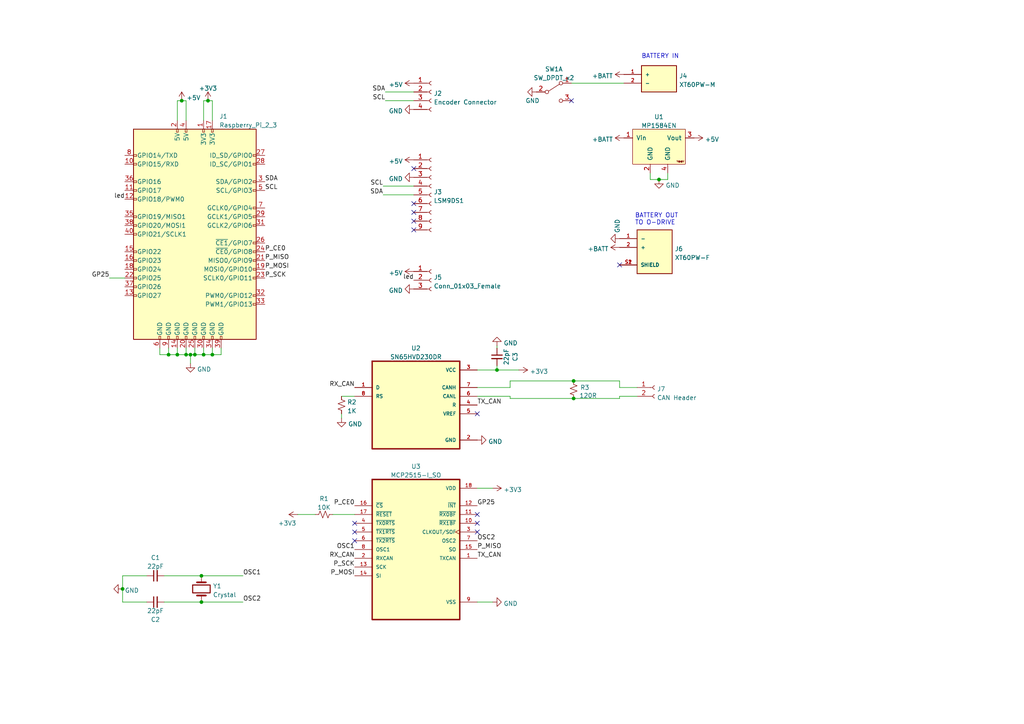
<source format=kicad_sch>
(kicad_sch (version 20211123) (generator eeschema)
  (paper "A4")
  (lib_symbols
    (symbol "Connector:Conn_01x02_Female" (pin_names (offset 1.016) hide)
      (property "Reference" "J" (at 0 2.54 0))
      (property "Value" "Conn_01x02_Female" (at 0 -5.08 0))
      (symbol "Conn_01x02_Female_1_1"
        (arc (start 0 -2.032) (mid -0.508 -2.54) (end 0 -3.048) (stroke (width 0.1524)))
        (polyline (pts (xy -1.27 -2.54) (xy -0.508 -2.54)) (stroke (width 0.1524)))
        (polyline (pts (xy -1.27 0) (xy -0.508 0)) (stroke (width 0.1524)))
        (arc (start 0 0.508) (mid -0.508 0) (end 0 -0.508) (stroke (width 0.1524)))
        (pin passive line (at -5.08 0 0) (length 3.81) (name "Pin_1") (number "1"))
        (pin passive line (at -5.08 -2.54 0) (length 3.81) (name "Pin_2") (number "2"))
      )
    )
    (symbol "Connector:Conn_01x03_Female" (pin_names (offset 1.016) hide)
      (property "Reference" "J" (at 0 5.08 0))
      (property "Value" "Conn_01x03_Female" (at 0 -5.08 0))
      (symbol "Conn_01x03_Female_1_1"
        (arc (start 0 -2.032) (mid -0.508 -2.54) (end 0 -3.048) (stroke (width 0.1524)))
        (polyline (pts (xy -1.27 -2.54) (xy -0.508 -2.54)) (stroke (width 0.1524)))
        (polyline (pts (xy -1.27 0) (xy -0.508 0)) (stroke (width 0.1524)))
        (polyline (pts (xy -1.27 2.54) (xy -0.508 2.54)) (stroke (width 0.1524)))
        (arc (start 0 0.508) (mid -0.508 0) (end 0 -0.508) (stroke (width 0.1524)))
        (arc (start 0 3.048) (mid -0.508 2.54) (end 0 2.032) (stroke (width 0.1524)))
        (pin passive line (at -5.08 2.54 0) (length 3.81) (name "Pin_1") (number "1"))
        (pin passive line (at -5.08 0 0) (length 3.81) (name "Pin_2") (number "2"))
        (pin passive line (at -5.08 -2.54 0) (length 3.81) (name "Pin_3") (number "3"))
      )
    )
    (symbol "Connector:Conn_01x04_Female" (pin_names (offset 1.016) hide)
      (property "Reference" "J" (at 0 5.08 0))
      (property "Value" "Conn_01x04_Female" (at 0 -7.62 0))
      (symbol "Conn_01x04_Female_1_1"
        (arc (start 0 -4.572) (mid -0.508 -5.08) (end 0 -5.588) (stroke (width 0.1524)))
        (arc (start 0 -2.032) (mid -0.508 -2.54) (end 0 -3.048) (stroke (width 0.1524)))
        (polyline (pts (xy -1.27 -5.08) (xy -0.508 -5.08)) (stroke (width 0.1524)))
        (polyline (pts (xy -1.27 -2.54) (xy -0.508 -2.54)) (stroke (width 0.1524)))
        (polyline (pts (xy -1.27 0) (xy -0.508 0)) (stroke (width 0.1524)))
        (polyline (pts (xy -1.27 2.54) (xy -0.508 2.54)) (stroke (width 0.1524)))
        (arc (start 0 0.508) (mid -0.508 0) (end 0 -0.508) (stroke (width 0.1524)))
        (arc (start 0 3.048) (mid -0.508 2.54) (end 0 2.032) (stroke (width 0.1524)))
        (pin passive line (at -5.08 2.54 0) (length 3.81) (name "Pin_1") (number "1"))
        (pin passive line (at -5.08 0 0) (length 3.81) (name "Pin_2") (number "2"))
        (pin passive line (at -5.08 -2.54 0) (length 3.81) (name "Pin_3") (number "3"))
        (pin passive line (at -5.08 -5.08 0) (length 3.81) (name "Pin_4") (number "4"))
      )
    )
    (symbol "Connector:Conn_01x09_Female" (pin_names (offset 1.016) hide)
      (property "Reference" "J" (at 0 12.7 0))
      (property "Value" "Conn_01x09_Female" (at 0 -12.7 0))
      (symbol "Conn_01x09_Female_1_1"
        (arc (start 0 -9.652) (mid -0.508 -10.16) (end 0 -10.668) (stroke (width 0.1524)))
        (arc (start 0 -7.112) (mid -0.508 -7.62) (end 0 -8.128) (stroke (width 0.1524)))
        (arc (start 0 -4.572) (mid -0.508 -5.08) (end 0 -5.588) (stroke (width 0.1524)))
        (arc (start 0 -2.032) (mid -0.508 -2.54) (end 0 -3.048) (stroke (width 0.1524)))
        (polyline (pts (xy -1.27 -10.16) (xy -0.508 -10.16)) (stroke (width 0.1524)))
        (polyline (pts (xy -1.27 -7.62) (xy -0.508 -7.62)) (stroke (width 0.1524)))
        (polyline (pts (xy -1.27 -5.08) (xy -0.508 -5.08)) (stroke (width 0.1524)))
        (polyline (pts (xy -1.27 -2.54) (xy -0.508 -2.54)) (stroke (width 0.1524)))
        (polyline (pts (xy -1.27 0) (xy -0.508 0)) (stroke (width 0.1524)))
        (polyline (pts (xy -1.27 2.54) (xy -0.508 2.54)) (stroke (width 0.1524)))
        (polyline (pts (xy -1.27 5.08) (xy -0.508 5.08)) (stroke (width 0.1524)))
        (polyline (pts (xy -1.27 7.62) (xy -0.508 7.62)) (stroke (width 0.1524)))
        (polyline (pts (xy -1.27 10.16) (xy -0.508 10.16)) (stroke (width 0.1524)))
        (arc (start 0 0.508) (mid -0.508 0) (end 0 -0.508) (stroke (width 0.1524)))
        (arc (start 0 3.048) (mid -0.508 2.54) (end 0 2.032) (stroke (width 0.1524)))
        (arc (start 0 5.588) (mid -0.508 5.08) (end 0 4.572) (stroke (width 0.1524)))
        (arc (start 0 8.128) (mid -0.508 7.62) (end 0 7.112) (stroke (width 0.1524)))
        (arc (start 0 10.668) (mid -0.508 10.16) (end 0 9.652) (stroke (width 0.1524)))
        (pin passive line (at -5.08 10.16 0) (length 3.81) (name "Pin_1") (number "1"))
        (pin passive line (at -5.08 7.62 0) (length 3.81) (name "Pin_2") (number "2"))
        (pin passive line (at -5.08 5.08 0) (length 3.81) (name "Pin_3") (number "3"))
        (pin passive line (at -5.08 2.54 0) (length 3.81) (name "Pin_4") (number "4"))
        (pin passive line (at -5.08 0 0) (length 3.81) (name "Pin_5") (number "5"))
        (pin passive line (at -5.08 -2.54 0) (length 3.81) (name "Pin_6") (number "6"))
        (pin passive line (at -5.08 -5.08 0) (length 3.81) (name "Pin_7") (number "7"))
        (pin passive line (at -5.08 -7.62 0) (length 3.81) (name "Pin_8") (number "8"))
        (pin passive line (at -5.08 -10.16 0) (length 3.81) (name "Pin_9") (number "9"))
      )
    )
    (symbol "Connector:Raspberry_Pi_2_3" (pin_names (offset 1.016))
      (property "Reference" "J" (at -17.78 31.75 0))
      (property "Value" "Raspberry_Pi_2_3" (at 10.16 -31.75 0))
      (symbol "Raspberry_Pi_2_3_0_1"
        (rectangle (start -17.78 30.48) (end 17.78 -30.48) (stroke (width 0.254)) (fill (type background)))
      )
      (symbol "Raspberry_Pi_2_3_1_1"
        (rectangle (start -16.891 -17.526) (end -17.78 -18.034))
        (rectangle (start -16.891 -14.986) (end -17.78 -15.494))
        (rectangle (start -16.891 -12.446) (end -17.78 -12.954))
        (rectangle (start -16.891 -9.906) (end -17.78 -10.414))
        (rectangle (start -16.891 -7.366) (end -17.78 -7.874))
        (rectangle (start -16.891 -4.826) (end -17.78 -5.334))
        (rectangle (start -16.891 0.254) (end -17.78 -0.254))
        (rectangle (start -16.891 2.794) (end -17.78 2.286))
        (rectangle (start -16.891 5.334) (end -17.78 4.826))
        (rectangle (start -16.891 10.414) (end -17.78 9.906))
        (rectangle (start -16.891 12.954) (end -17.78 12.446))
        (rectangle (start -16.891 15.494) (end -17.78 14.986))
        (rectangle (start -16.891 20.574) (end -17.78 20.066))
        (rectangle (start -16.891 23.114) (end -17.78 22.606))
        (rectangle (start -10.414 -29.591) (end -9.906 -30.48))
        (rectangle (start -7.874 -29.591) (end -7.366 -30.48))
        (rectangle (start -5.334 -29.591) (end -4.826 -30.48))
        (rectangle (start -5.334 30.48) (end -4.826 29.591))
        (rectangle (start -2.794 -29.591) (end -2.286 -30.48))
        (rectangle (start -2.794 30.48) (end -2.286 29.591))
        (rectangle (start -0.254 -29.591) (end 0.254 -30.48))
        (rectangle (start 2.286 -29.591) (end 2.794 -30.48))
        (rectangle (start 2.286 30.48) (end 2.794 29.591))
        (rectangle (start 4.826 -29.591) (end 5.334 -30.48))
        (rectangle (start 4.826 30.48) (end 5.334 29.591))
        (rectangle (start 7.366 -29.591) (end 7.874 -30.48))
        (rectangle (start 17.78 -20.066) (end 16.891 -20.574))
        (rectangle (start 17.78 -17.526) (end 16.891 -18.034))
        (rectangle (start 17.78 -12.446) (end 16.891 -12.954))
        (rectangle (start 17.78 -9.906) (end 16.891 -10.414))
        (rectangle (start 17.78 -7.366) (end 16.891 -7.874))
        (rectangle (start 17.78 -4.826) (end 16.891 -5.334))
        (rectangle (start 17.78 -2.286) (end 16.891 -2.794))
        (rectangle (start 17.78 2.794) (end 16.891 2.286))
        (rectangle (start 17.78 5.334) (end 16.891 4.826))
        (rectangle (start 17.78 7.874) (end 16.891 7.366))
        (rectangle (start 17.78 12.954) (end 16.891 12.446))
        (rectangle (start 17.78 15.494) (end 16.891 14.986))
        (rectangle (start 17.78 20.574) (end 16.891 20.066))
        (rectangle (start 17.78 23.114) (end 16.891 22.606))
        (pin power_in line (at 2.54 33.02 270) (length 2.54) (name "3V3") (number "1"))
        (pin bidirectional line (at -20.32 20.32 0) (length 2.54) (name "GPIO15/RXD") (number "10"))
        (pin bidirectional line (at -20.32 12.7 0) (length 2.54) (name "GPIO17") (number "11"))
        (pin bidirectional line (at -20.32 10.16 0) (length 2.54) (name "GPIO18/PWM0") (number "12"))
        (pin bidirectional line (at -20.32 -17.78 0) (length 2.54) (name "GPIO27") (number "13"))
        (pin power_in line (at -5.08 -33.02 90) (length 2.54) (name "GND") (number "14"))
        (pin bidirectional line (at -20.32 -5.08 0) (length 2.54) (name "GPIO22") (number "15"))
        (pin bidirectional line (at -20.32 -7.62 0) (length 2.54) (name "GPIO23") (number "16"))
        (pin power_in line (at 5.08 33.02 270) (length 2.54) (name "3V3") (number "17"))
        (pin bidirectional line (at -20.32 -10.16 0) (length 2.54) (name "GPIO24") (number "18"))
        (pin bidirectional line (at 20.32 -10.16 180) (length 2.54) (name "MOSI0/GPIO10") (number "19"))
        (pin power_in line (at -5.08 33.02 270) (length 2.54) (name "5V") (number "2"))
        (pin power_in line (at -2.54 -33.02 90) (length 2.54) (name "GND") (number "20"))
        (pin bidirectional line (at 20.32 -7.62 180) (length 2.54) (name "MISO0/GPIO9") (number "21"))
        (pin bidirectional line (at -20.32 -12.7 0) (length 2.54) (name "GPIO25") (number "22"))
        (pin bidirectional line (at 20.32 -12.7 180) (length 2.54) (name "SCLK0/GPIO11") (number "23"))
        (pin bidirectional line (at 20.32 -5.08 180) (length 2.54) (name "~{CE0}/GPIO8") (number "24"))
        (pin power_in line (at 0 -33.02 90) (length 2.54) (name "GND") (number "25"))
        (pin bidirectional line (at 20.32 -2.54 180) (length 2.54) (name "~{CE1}/GPIO7") (number "26"))
        (pin bidirectional line (at 20.32 22.86 180) (length 2.54) (name "ID_SD/GPIO0") (number "27"))
        (pin bidirectional line (at 20.32 20.32 180) (length 2.54) (name "ID_SC/GPIO1") (number "28"))
        (pin bidirectional line (at 20.32 5.08 180) (length 2.54) (name "GCLK1/GPIO5") (number "29"))
        (pin bidirectional line (at 20.32 15.24 180) (length 2.54) (name "SDA/GPIO2") (number "3"))
        (pin power_in line (at 2.54 -33.02 90) (length 2.54) (name "GND") (number "30"))
        (pin bidirectional line (at 20.32 2.54 180) (length 2.54) (name "GCLK2/GPIO6") (number "31"))
        (pin bidirectional line (at 20.32 -17.78 180) (length 2.54) (name "PWM0/GPIO12") (number "32"))
        (pin bidirectional line (at 20.32 -20.32 180) (length 2.54) (name "PWM1/GPIO13") (number "33"))
        (pin power_in line (at 5.08 -33.02 90) (length 2.54) (name "GND") (number "34"))
        (pin bidirectional line (at -20.32 5.08 0) (length 2.54) (name "GPIO19/MISO1") (number "35"))
        (pin bidirectional line (at -20.32 15.24 0) (length 2.54) (name "GPIO16") (number "36"))
        (pin bidirectional line (at -20.32 -15.24 0) (length 2.54) (name "GPIO26") (number "37"))
        (pin bidirectional line (at -20.32 2.54 0) (length 2.54) (name "GPIO20/MOSI1") (number "38"))
        (pin power_in line (at 7.62 -33.02 90) (length 2.54) (name "GND") (number "39"))
        (pin power_in line (at -2.54 33.02 270) (length 2.54) (name "5V") (number "4"))
        (pin bidirectional line (at -20.32 0 0) (length 2.54) (name "GPIO21/SCLK1") (number "40"))
        (pin bidirectional line (at 20.32 12.7 180) (length 2.54) (name "SCL/GPIO3") (number "5"))
        (pin power_in line (at -10.16 -33.02 90) (length 2.54) (name "GND") (number "6"))
        (pin bidirectional line (at 20.32 7.62 180) (length 2.54) (name "GCLK0/GPIO4") (number "7"))
        (pin bidirectional line (at -20.32 22.86 0) (length 2.54) (name "GPIO14/TXD") (number "8"))
        (pin power_in line (at -7.62 -33.02 90) (length 2.54) (name "GND") (number "9"))
      )
    )
    (symbol "Device:C_Small" (pin_numbers hide) (pin_names (offset 0.254) hide)
      (property "Reference" "C" (at 0.254 1.778 0))
      (property "Value" "C_Small" (at 0.254 -2.032 0))
      (symbol "C_Small_0_1"
        (polyline (pts (xy -1.524 -0.508) (xy 1.524 -0.508)) (stroke (width 0.3302)))
        (polyline (pts (xy -1.524 0.508) (xy 1.524 0.508)) (stroke (width 0.3048)))
      )
      (symbol "C_Small_1_1"
        (pin passive line (at 0 2.54 270) (length 2.032) (name "~") (number "1"))
        (pin passive line (at 0 -2.54 90) (length 2.032) (name "~") (number "2"))
      )
    )
    (symbol "Device:Crystal" (pin_numbers hide) (pin_names (offset 1.016) hide)
      (property "Reference" "Y" (at 0 3.81 0))
      (property "Value" "Crystal" (at 0 -3.81 0))
      (symbol "Crystal_0_1"
        (rectangle (start -1.143 2.54) (end 1.143 -2.54) (stroke (width 0.3048)))
        (polyline (pts (xy -2.54 0) (xy -1.905 0)))
        (polyline (pts (xy -1.905 -1.27) (xy -1.905 1.27)) (stroke (width 0.508)))
        (polyline (pts (xy 1.905 -1.27) (xy 1.905 1.27)) (stroke (width 0.508)))
        (polyline (pts (xy 2.54 0) (xy 1.905 0)))
      )
      (symbol "Crystal_1_1"
        (pin passive line (at -3.81 0 0) (length 1.27) (name "1") (number "1"))
        (pin passive line (at 3.81 0 180) (length 1.27) (name "2") (number "2"))
      )
    )
    (symbol "Device:R_Small_US" (pin_numbers hide) (pin_names (offset 0.254) hide)
      (property "Reference" "R" (at 0.762 0.508 0))
      (property "Value" "R_Small_US" (at 0.762 -1.016 0))
      (symbol "R_Small_US_1_1"
        (polyline (pts (xy 0 0) (xy 1.016 -0.381) (xy 0 -0.762) (xy -1.016 -1.143) (xy 0 -1.524)))
        (polyline (pts (xy 0 1.524) (xy 1.016 1.143) (xy 0 0.762) (xy -1.016 0.381) (xy 0 0)))
        (pin passive line (at 0 2.54 270) (length 1.016) (name "~") (number "1"))
        (pin passive line (at 0 -2.54 90) (length 1.016) (name "~") (number "2"))
      )
    )
    (symbol "MCP2515-I_SO:MCP2515-I_SO" (pin_names (offset 1.016))
      (property "Reference" "U" (at -12.7 21.32 0))
      (property "Value" "MCP2515-I_SO" (at -12.7 -24.32 0))
      (symbol "MCP2515-I_SO_0_0"
        (rectangle (start -12.7 -20.32) (end 12.7 20.32) (stroke (width 0.41)) (fill (type background)))
        (pin output line (at 17.78 -2.54 180) (length 5.08) (name "TXCAN") (number "1"))
        (pin output line (at 17.78 7.62 180) (length 5.08) (name "~{RX1BF}") (number "10"))
        (pin output line (at 17.78 10.16 180) (length 5.08) (name "~{RX0BF}") (number "11"))
        (pin output line (at 17.78 12.7 180) (length 5.08) (name "~{INT}") (number "12"))
        (pin input line (at -17.78 -5.08 0) (length 5.08) (name "SCK") (number "13"))
        (pin input line (at -17.78 -7.62 0) (length 5.08) (name "SI") (number "14"))
        (pin output line (at 17.78 0 180) (length 5.08) (name "SO") (number "15"))
        (pin input line (at -17.78 12.7 0) (length 5.08) (name "~{CS}") (number "16"))
        (pin input line (at -17.78 10.16 0) (length 5.08) (name "~{RESET}") (number "17"))
        (pin power_in line (at 17.78 17.78 180) (length 5.08) (name "VDD") (number "18"))
        (pin input line (at -17.78 -2.54 0) (length 5.08) (name "RXCAN") (number "2"))
        (pin output clock (at 17.78 5.08 180) (length 5.08) (name "CLKOUT/SOF") (number "3"))
        (pin input line (at -17.78 7.62 0) (length 5.08) (name "~{TX0RTS}") (number "4"))
        (pin input line (at -17.78 5.08 0) (length 5.08) (name "~{TX1RTS}") (number "5"))
        (pin input line (at -17.78 2.54 0) (length 5.08) (name "~{TX2RTS}") (number "6"))
        (pin output line (at 17.78 2.54 180) (length 5.08) (name "OSC2") (number "7"))
        (pin input line (at -17.78 0 0) (length 5.08) (name "OSC1") (number "8"))
        (pin power_in line (at 17.78 -15.24 180) (length 5.08) (name "VSS") (number "9"))
      )
    )
    (symbol "SN65HVD230DR:SN65HVD230DR" (pin_names (offset 1.016))
      (property "Reference" "U" (at -12.7 13.7 0))
      (property "Value" "SN65HVD230DR" (at -12.7 -16.7 0))
      (symbol "SN65HVD230DR_0_0"
        (rectangle (start -12.7 -12.7) (end 12.7 12.7) (stroke (width 0.41)) (fill (type background)))
        (pin input line (at -17.78 5.08 0) (length 5.08) (name "D") (number "1"))
        (pin power_in line (at 17.78 -10.16 180) (length 5.08) (name "GND") (number "2"))
        (pin power_in line (at 17.78 10.16 180) (length 5.08) (name "VCC") (number "3"))
        (pin output line (at 17.78 0 180) (length 5.08) (name "R") (number "4"))
        (pin output line (at 17.78 -2.54 180) (length 5.08) (name "VREF") (number "5"))
        (pin output line (at 17.78 2.54 180) (length 5.08) (name "CANL") (number "6"))
        (pin output line (at 17.78 5.08 180) (length 5.08) (name "CANH") (number "7"))
        (pin input line (at -17.78 2.54 0) (length 5.08) (name "RS") (number "8"))
      )
    )
    (symbol "Switch:SW_DPDT_x2" (pin_names (offset 0) hide)
      (property "Reference" "SW" (at 0 4.318 0))
      (property "Value" "SW_DPDT_x2" (at 0 -5.08 0))
      (symbol "SW_DPDT_x2_0_0"
        (circle (center -2.032 0) (radius 0.508))
        (circle (center 2.032 -2.54) (radius 0.508))
      )
      (symbol "SW_DPDT_x2_0_1"
        (polyline (pts (xy -1.524 0.254) (xy 1.651 2.286)))
        (circle (center 2.032 2.54) (radius 0.508))
      )
      (symbol "SW_DPDT_x2_1_1"
        (pin passive line (at 5.08 2.54 180) (length 2.54) (name "A") (number "1"))
        (pin passive line (at -5.08 0 0) (length 2.54) (name "B") (number "2"))
        (pin passive line (at 5.08 -2.54 180) (length 2.54) (name "C") (number "3"))
      )
      (symbol "SW_DPDT_x2_2_1"
        (pin passive line (at 5.08 2.54 180) (length 2.54) (name "A") (number "4"))
        (pin passive line (at -5.08 0 0) (length 2.54) (name "B") (number "5"))
        (pin passive line (at 5.08 -2.54 180) (length 2.54) (name "C") (number "6"))
      )
    )
    (symbol "XT60PW-F:XT60PW-F" (pin_names (offset 1.016))
      (property "Reference" "J" (at -5.08 6.35 0))
      (property "Value" "XT60PW-F" (at -5.08 -8.89 0))
      (symbol "XT60PW-F_0_0"
        (rectangle (start -5.08 -7.62) (end 5.08 5.08) (stroke (width 0.254)) (fill (type background)))
        (pin passive line (at -10.16 2.54 0) (length 5.08) (name "-") (number "1"))
        (pin passive line (at -10.16 0 0) (length 5.08) (name "+") (number "2"))
        (pin passive line (at -10.16 -5.08 0) (length 5.08) (name "SHIELD") (number "S1"))
        (pin passive line (at -10.16 -5.08 0) (length 5.08) (name "SHIELD") (number "S2"))
      )
    )
    (symbol "XT60PW-M:XT60PW-M" (pin_names (offset 1.016))
      (property "Reference" "J" (at -5.08 5.715 0))
      (property "Value" "XT60PW-M" (at -5.08 -5.08 0))
      (symbol "XT60PW-M_0_0"
        (rectangle (start -5.08 -2.54) (end 5.08 5.08) (stroke (width 0.254)) (fill (type background)))
        (pin passive line (at -10.16 2.54 0) (length 5.08) (name "+") (number "1"))
        (pin passive line (at -10.16 0 0) (length 5.08) (name "-") (number "2"))
      )
    )
    (symbol "dcdc_stepdown_MP1584EN:MP1584EN" (pin_names (offset 1.016))
      (property "Reference" "U" (at -5.08 6.35 0))
      (property "Value" "MP1584EN" (at 0 8.89 0))
      (symbol "MP1584EN_0_1"
        (rectangle (start -7.62 5.08) (end 7.62 -5.08) (fill (type background)))
      )
      (symbol "MP1584EN_1_1"
        (text "Y@@V" (at 6.1976 -4.2672 0) (effects (font (size 0.508 0.508))))
        (pin power_in line (at -10.16 2.54 0) (length 2.54) (name "Vin") (number "1"))
        (pin power_in line (at -2.54 -7.62 90) (length 2.54) (name "GND") (number "2"))
        (pin power_out line (at 10.16 2.54 180) (length 2.54) (name "Vout") (number "3"))
        (pin power_in line (at 2.54 -7.62 90) (length 2.54) (name "GND") (number "4"))
      )
    )
    (symbol "power:+3.3V" (power) (pin_names (offset 0))
      (property "Value" "+3.3V" (at 0 3.556 0))
      (symbol "+3.3V_0_1"
        (polyline (pts (xy -0.762 1.27) (xy 0 2.54)))
        (polyline (pts (xy 0 0) (xy 0 2.54)))
        (polyline (pts (xy 0 2.54) (xy 0.762 1.27)))
      )
      (symbol "+3.3V_1_1"
        (pin power_in line (at 0 0 90) (length 0) hide (name "+3V3") (number "1"))
      )
    )
    (symbol "power:+5V" (power) (pin_names (offset 0))
      (property "Value" "+5V" (at 0 3.556 0))
      (symbol "+5V_0_1"
        (polyline (pts (xy -0.762 1.27) (xy 0 2.54)))
        (polyline (pts (xy 0 0) (xy 0 2.54)))
        (polyline (pts (xy 0 2.54) (xy 0.762 1.27)))
      )
      (symbol "+5V_1_1"
        (pin power_in line (at 0 0 90) (length 0) hide (name "+5V") (number "1"))
      )
    )
    (symbol "power:+BATT" (power) (pin_names (offset 0))
      (property "Value" "+BATT" (at 0 3.556 0))
      (symbol "+BATT_0_1"
        (polyline (pts (xy -0.762 1.27) (xy 0 2.54)))
        (polyline (pts (xy 0 0) (xy 0 2.54)))
        (polyline (pts (xy 0 2.54) (xy 0.762 1.27)))
      )
      (symbol "+BATT_1_1"
        (pin power_in line (at 0 0 90) (length 0) hide (name "+BATT") (number "1"))
      )
    )
    (symbol "power:GND" (power) (pin_names (offset 0))
      (property "Value" "GND" (at 0 -3.81 0))
      (symbol "GND_0_1"
        (polyline (pts (xy 0 0) (xy 0 -1.27) (xy 1.27 -1.27) (xy 0 -2.54) (xy -1.27 -1.27) (xy 0 -1.27)))
      )
      (symbol "GND_1_1"
        (pin power_in line (at 0 0 270) (length 0) hide (name "GND") (number "1"))
      )
    )
  )
  (junction (at 144.145 107.315))
  (junction (at 59.055 102.87))
  (junction (at 55.245 102.87))
  (junction (at 48.895 102.87))
  (junction (at 52.705 29.21))
  (junction (at 58.42 167.005))
  (junction (at 191.135 52.07))
  (junction (at 35.56 170.815))
  (junction (at 166.37 115.57))
  (junction (at 56.515 102.87))
  (junction (at 60.325 29.21))
  (junction (at 53.975 102.87))
  (junction (at 61.595 102.87))
  (junction (at 58.42 174.625))
  (junction (at 51.435 102.87))
  (junction (at 166.37 110.49))
  (no_connect (at 120.015 64.135))
  (no_connect (at 138.43 120.015))
  (no_connect (at 179.705 76.835))
  (no_connect (at 165.735 29.21))
  (no_connect (at 102.87 151.765))
  (no_connect (at 102.87 156.845))
  (no_connect (at 102.87 154.305))
  (no_connect (at 138.43 154.305))
  (no_connect (at 138.43 151.765))
  (no_connect (at 138.43 149.225))
  (no_connect (at 120.015 66.675))
  (no_connect (at 120.015 48.895))
  (no_connect (at 120.015 59.055))
  (no_connect (at 120.015 61.595))
  (wire (pts (xy 111.76 29.21) (xy 120.015 29.21)))
  (wire (pts (xy 35.56 174.625) (xy 35.56 170.815)))
  (wire (pts (xy 147.955 115.57) (xy 166.37 115.57)))
  (wire (pts (xy 48.895 100.965) (xy 48.895 102.87)))
  (wire (pts (xy 86.36 149.225) (xy 91.44 149.225)))
  (wire (pts (xy 144.145 107.315) (xy 150.495 107.315)))
  (wire (pts (xy 46.355 102.87) (xy 48.895 102.87)))
  (wire (pts (xy 59.055 100.965) (xy 59.055 102.87)))
  (wire (pts (xy 59.055 102.87) (xy 61.595 102.87)))
  (wire (pts (xy 47.625 167.005) (xy 58.42 167.005)))
  (wire (pts (xy 165.735 24.13) (xy 180.975 24.13)))
  (wire (pts (xy 58.42 167.005) (xy 70.485 167.005)))
  (wire (pts (xy 51.435 102.87) (xy 53.975 102.87)))
  (wire (pts (xy 111.125 53.975) (xy 120.015 53.975)))
  (wire (pts (xy 99.06 120.015) (xy 99.06 121.285)))
  (wire (pts (xy 53.975 34.925) (xy 53.975 29.21)))
  (wire (pts (xy 47.625 174.625) (xy 58.42 174.625)))
  (wire (pts (xy 61.595 29.21) (xy 60.325 29.21)))
  (wire (pts (xy 138.43 107.315) (xy 144.145 107.315)))
  (wire (pts (xy 64.135 100.965) (xy 64.135 102.87)))
  (wire (pts (xy 53.975 29.21) (xy 52.705 29.21)))
  (wire (pts (xy 111.76 26.67) (xy 120.015 26.67)))
  (wire (pts (xy 184.785 112.395) (xy 179.705 112.395)))
  (wire (pts (xy 31.75 80.645) (xy 36.195 80.645)))
  (wire (pts (xy 147.955 114.935) (xy 147.955 115.57)))
  (wire (pts (xy 144.145 106.045) (xy 144.145 107.315)))
  (wire (pts (xy 138.43 174.625) (xy 142.875 174.625)))
  (wire (pts (xy 188.595 52.07) (xy 191.135 52.07)))
  (wire (pts (xy 59.055 102.87) (xy 56.515 102.87)))
  (wire (pts (xy 179.705 112.395) (xy 179.705 110.49)))
  (wire (pts (xy 48.895 102.87) (xy 51.435 102.87)))
  (wire (pts (xy 42.545 174.625) (xy 35.56 174.625)))
  (wire (pts (xy 193.675 50.165) (xy 193.675 52.07)))
  (wire (pts (xy 53.975 100.965) (xy 53.975 102.87)))
  (wire (pts (xy 46.355 100.965) (xy 46.355 102.87)))
  (wire (pts (xy 111.125 56.515) (xy 120.015 56.515)))
  (wire (pts (xy 58.42 174.625) (xy 70.485 174.625)))
  (wire (pts (xy 147.955 112.395) (xy 147.955 110.49)))
  (wire (pts (xy 52.705 29.21) (xy 51.435 29.21)))
  (wire (pts (xy 35.56 170.815) (xy 35.56 167.005)))
  (wire (pts (xy 99.06 114.935) (xy 102.87 114.935)))
  (wire (pts (xy 61.595 34.925) (xy 61.595 29.21)))
  (wire (pts (xy 51.435 29.21) (xy 51.435 34.925)))
  (wire (pts (xy 138.43 141.605) (xy 142.875 141.605)))
  (wire (pts (xy 56.515 100.965) (xy 56.515 102.87)))
  (wire (pts (xy 61.595 100.965) (xy 61.595 102.87)))
  (wire (pts (xy 144.145 100.33) (xy 144.145 100.965)))
  (wire (pts (xy 184.785 114.935) (xy 179.705 114.935)))
  (wire (pts (xy 61.595 102.87) (xy 64.135 102.87)))
  (wire (pts (xy 138.43 112.395) (xy 147.955 112.395)))
  (wire (pts (xy 53.975 102.87) (xy 55.245 102.87)))
  (wire (pts (xy 56.515 102.87) (xy 55.245 102.87)))
  (wire (pts (xy 96.52 149.225) (xy 102.87 149.225)))
  (wire (pts (xy 59.055 34.925) (xy 59.055 29.21)))
  (wire (pts (xy 179.705 114.935) (xy 179.705 115.57)))
  (wire (pts (xy 138.43 114.935) (xy 147.955 114.935)))
  (wire (pts (xy 147.955 110.49) (xy 166.37 110.49)))
  (wire (pts (xy 55.245 102.87) (xy 55.245 105.41)))
  (wire (pts (xy 193.675 52.07) (xy 191.135 52.07)))
  (wire (pts (xy 188.595 50.165) (xy 188.595 52.07)))
  (wire (pts (xy 51.435 100.965) (xy 51.435 102.87)))
  (wire (pts (xy 179.705 110.49) (xy 166.37 110.49)))
  (wire (pts (xy 166.37 115.57) (xy 179.705 115.57)))
  (wire (pts (xy 59.055 29.21) (xy 60.325 29.21)))
  (wire (pts (xy 35.56 167.005) (xy 42.545 167.005)))
  (text "BATTERY IN" (at 186.055 17.145 0) (effects (font (size 1.27 1.27)) (justify left bottom)))
  (text "BATTERY OUT \nTO O-DRIVE" (at 184.15 65.405 0) (effects (font (size 1.27 1.27)) (justify left bottom)))
  (label "P_MOSI" (at 102.87 167.005 180))
  (label "P_MOSI" (at 76.835 78.105 0))
  (label "GP25" (at 31.75 80.645 180))
  (label "SDA" (at 111.125 56.515 180))
  (label "SCL" (at 111.125 53.975 180))
  (label "P_SCK" (at 76.835 80.645 0))
  (label "TX_CAN" (at 138.43 117.475 0))
  (label "P_MISO" (at 76.835 75.565 0))
  (label "SDA" (at 111.76 26.67 180))
  (label "P_CE0" (at 76.835 73.025 0))
  (label "GP25" (at 138.43 146.685 0))
  (label "SCL" (at 76.835 55.245 0))
  (label "OSC1" (at 70.485 167.005 0))
  (label "P_CE0" (at 102.87 146.685 180))
  (label "P_SCK" (at 102.87 164.465 180))
  (label "led" (at 36.195 57.785 180))
  (label "led" (at 120.015 81.28 180))
  (label "SCL" (at 111.76 29.21 180))
  (label "OSC2" (at 138.43 156.845 0))
  (label "TX_CAN" (at 138.43 161.925 0))
  (label "RX_CAN" (at 102.87 112.395 180))
  (label "P_MISO" (at 138.43 159.385 0))
  (label "OSC1" (at 102.87 159.385 180))
  (label "OSC2" (at 70.485 174.625 0))
  (label "RX_CAN" (at 102.87 161.925 180))
  (label "SDA" (at 76.835 52.705 0))
  (symbol (lib_id "Device:Crystal") (at 58.42 170.815 90) (unit 1)
    (property "Reference" "Y1" (at 61.7474 169.9803 90) (effects (justify right)))
    (property "Value" "Crystal" (at 61.7474 172.5172 90) (effects (justify right)))
    (property "Footprint" "dylan:Crystal_SMD_HC49-US" (effects hide))
  )
  (symbol (lib_id "Device:C_Small") (at 45.085 167.005 90) (unit 1)
    (property "Reference" "C1" (at 45.0913 161.7431 90))
    (property "Value" "22pF" (at 45.0913 164.28 90))
    (property "Footprint" "Capacitor_SMD:C_1206_3216Metric_Pad1.33x1.80mm_HandSolder" (effects hide))
  )
  (symbol (lib_id "power:+3.3V") (at 60.325 29.21 0) (unit 1)
    (property "Reference" "#PWR02" (effects hide))
    (property "Value" "+3.3V" (at 60.325 25.6342 0))
  )
  (symbol (lib_id "power:+3.3V") (at 86.36 149.225 90) (unit 1)
    (property "Reference" "#PWR03" (effects hide))
    (property "Value" "+3.3V" (at 80.645 151.765 90) (effects (justify right)))
  )
  (symbol (lib_id "power:GND") (at 120.015 51.435 270) (unit 1)
    (property "Reference" "#PWR0109" (effects hide))
    (property "Value" "GND" (at 116.8401 51.8688 90) (effects (justify right)))
  )
  (symbol (lib_id "Device:R_Small_US") (at 99.06 117.475 180) (unit 1)
    (property "Reference" "R2" (at 100.711 116.6403 0) (effects (justify right)))
    (property "Value" "1K" (at 100.711 119.1772 0) (effects (justify right)))
    (property "Footprint" "Resistor_SMD:R_0805_2012Metric_Pad1.20x1.40mm_HandSolder" (effects hide))
  )
  (symbol (lib_id "Connector:Conn_01x04_Female") (at 125.095 26.67 0) (unit 1)
    (property "Reference" "J2" (at 125.8062 27.1053 0) (effects (justify left)))
    (property "Value" "Encoder Connector" (at 125.8062 29.6422 0) (effects (justify left)))
    (property "Footprint" "Connector_PinHeader_2.54mm:PinHeader_1x04_P2.54mm_Vertical" (effects hide))
  )
  (symbol (lib_id "power:+BATT") (at 179.705 71.755 90) (unit 1)
    (property "Reference" "#PWR0112" (effects hide))
    (property "Value" "+BATT" (at 176.53 72.1888 90) (effects (justify left)))
  )
  (symbol (lib_id "power:GND") (at 55.245 105.41 0) (unit 1)
    (property "Reference" "#PWR0110" (effects hide))
    (property "Value" "GND" (at 57.15 107.1138 0) (effects (justify left)))
  )
  (symbol (lib_id "power:GND") (at 142.875 174.625 90) (unit 1)
    (property "Reference" "#PWR07" (effects hide))
    (property "Value" "GND" (at 146.05 175.0588 90) (effects (justify right)))
  )
  (symbol (lib_id "power:+5V") (at 52.705 29.21 0) (unit 1)
    (property "Reference" "#PWR0111" (effects hide))
    (property "Value" "+5V" (at 54.102 28.3738 0) (effects (justify left)))
  )
  (symbol (lib_id "Connector:Conn_01x09_Female") (at 125.095 56.515 0) (unit 1)
    (property "Reference" "J3" (at 125.8062 55.6803 0) (effects (justify left)))
    (property "Value" "LSM9DS1" (at 125.8062 58.2172 0) (effects (justify left)))
    (property "Footprint" "Connector_PinHeader_2.54mm:PinHeader_1x09_P2.54mm_Vertical" (effects hide))
  )
  (symbol (lib_id "power:GND") (at 155.575 26.67 270) (unit 1)
    (property "Reference" "#PWR0106" (effects hide))
    (property "Value" "GND" (at 152.4 29.21 90) (effects (justify left)))
  )
  (symbol (lib_id "dcdc_stepdown_MP1584EN:MP1584EN") (at 191.135 42.545 0) (unit 1)
    (property "Reference" "U1" (at 191.135 33.8922 0))
    (property "Value" "MP1584EN" (at 191.135 36.4291 0))
    (property "Footprint" "dylan:SRT_MPT1584EN_Module" (effects hide))
  )
  (symbol (lib_id "power:GND") (at 120.015 83.82 270) (unit 1)
    (property "Reference" "#PWR0115" (effects hide))
    (property "Value" "GND" (at 116.8401 84.2538 90) (effects (justify right)))
  )
  (symbol (lib_id "power:GND") (at 179.705 69.215 270) (unit 1)
    (property "Reference" "#PWR0113" (effects hide))
    (property "Value" "GND" (at 179.07 63.5 0) (effects (justify left)))
  )
  (symbol (lib_id "power:GND") (at 138.43 127.635 90) (unit 1)
    (property "Reference" "#PWR05" (effects hide))
    (property "Value" "GND" (at 141.605 128.0688 90) (effects (justify right)))
  )
  (symbol (lib_id "power:GND") (at 144.145 100.33 180) (unit 1)
    (property "Reference" "#PWR08" (effects hide))
    (property "Value" "GND" (at 146.05 99.4938 0) (effects (justify right)))
  )
  (symbol (lib_id "power:+3.3V") (at 142.875 141.605 270) (unit 1)
    (property "Reference" "#PWR06" (effects hide))
    (property "Value" "+3.3V" (at 146.05 142.0388 90) (effects (justify left)))
  )
  (symbol (lib_id "XT60PW-F:XT60PW-F") (at 189.865 71.755 0) (unit 1)
    (property "Reference" "J6" (at 195.707 72.1903 0) (effects (justify left)))
    (property "Value" "XT60PW-F" (at 195.707 74.7272 0) (effects (justify left)))
    (property "Footprint" "dylan:AMASS_XT60PW-F" (effects hide))
    (property "MF" "AMASS" (effects hide))
    (property "MAXIMUM_PACKAGE_HEIGHT" "8.4 mm" (effects hide))
    (property "Package" "Package" (effects hide))
    (property "Price" "None" (effects hide))
    (property "Check_prices" "https://www.snapeda.com/parts/XT60PW-F/AMASS/view-part/?ref=eda" (effects hide))
    (property "STANDARD" "Manufacturer Recommendations" (effects hide))
    (property "PARTREV" "V1.2" (effects hide))
    (property "SnapEDA_Link" "https://www.snapeda.com/parts/XT60PW-F/AMASS/view-part/?ref=snap" (effects hide))
    (property "MP" "XT60PW-F" (effects hide))
    (property "Description" "\n" (effects hide))
    (property "Availability" "Not in stock" (effects hide))
    (property "MANUFACTURER" "AMASS" (effects hide))
  )
  (symbol (lib_id "power:+BATT") (at 180.975 21.59 90) (unit 1)
    (property "Reference" "#PWR0105" (effects hide))
    (property "Value" "+BATT" (at 177.8 22.0238 90) (effects (justify left)))
  )
  (symbol (lib_id "Device:C_Small") (at 45.085 174.625 90) (unit 1)
    (property "Reference" "C2" (at 45.085 179.705 90))
    (property "Value" "22pF" (at 45.085 177.165 90))
    (property "Footprint" "Capacitor_SMD:C_1206_3216Metric_Pad1.33x1.80mm_HandSolder" (effects hide))
  )
  (symbol (lib_id "power:GND") (at 191.135 52.07 0) (unit 1)
    (property "Reference" "#PWR0103" (effects hide))
    (property "Value" "GND" (at 193.04 53.7738 0) (effects (justify left)))
  )
  (symbol (lib_id "power:+5V") (at 201.295 40.005 270) (unit 1)
    (property "Reference" "#PWR0104" (effects hide))
    (property "Value" "+5V" (at 204.47 40.4388 90) (effects (justify left)))
  )
  (symbol (lib_id "Switch:SW_DPDT_x2") (at 160.655 26.67 0) (unit 1)
    (property "Reference" "SW1" (at 160.655 20.0492 0))
    (property "Value" "SW_DPDT_x2" (at 160.655 22.5861 0))
    (property "Footprint" "dylan:SW_500SSP1S2M2QEA" (effects hide))
  )
  (symbol (lib_id "Connector:Conn_01x03_Female") (at 125.095 81.28 0) (unit 1)
    (property "Reference" "J5" (at 125.8062 80.4453 0) (effects (justify left)))
    (property "Value" "Conn_01x03_Female" (at 125.8062 82.9822 0) (effects (justify left)))
    (property "Footprint" "Connector_PinHeader_2.54mm:PinHeader_1x03_P2.54mm_Vertical" (effects hide))
  )
  (symbol (lib_id "Device:C_Small") (at 144.145 103.505 0) (unit 1)
    (property "Reference" "C3" (at 149.4069 103.5113 90))
    (property "Value" "22pF" (at 146.87 103.5113 90))
    (property "Footprint" "Capacitor_SMD:C_1206_3216Metric_Pad1.33x1.80mm_HandSolder" (effects hide))
  )
  (symbol (lib_id "power:+5V") (at 120.015 46.355 90) (unit 1)
    (property "Reference" "#PWR0108" (effects hide))
    (property "Value" "+5V" (at 116.8401 46.7888 90) (effects (justify left)))
  )
  (symbol (lib_id "power:+3.3V") (at 150.495 107.315 270) (unit 1)
    (property "Reference" "#PWR09" (effects hide))
    (property "Value" "+3.3V" (at 153.67 107.7488 90) (effects (justify left)))
  )
  (symbol (lib_id "power:GND") (at 99.06 121.285 0) (unit 1)
    (property "Reference" "#PWR04" (effects hide))
    (property "Value" "GND" (at 100.965 122.9888 0) (effects (justify left)))
  )
  (symbol (lib_id "Connector:Conn_01x02_Female") (at 189.865 112.395 0) (unit 1)
    (property "Reference" "J7" (at 190.5762 112.8303 0) (effects (justify left)))
    (property "Value" "CAN Header" (at 190.5762 115.3672 0) (effects (justify left)))
    (property "Footprint" "Connector_PinHeader_2.54mm:PinHeader_1x02_P2.54mm_Vertical" (effects hide))
  )
  (symbol (lib_id "power:GND") (at 120.015 31.75 270) (unit 1)
    (property "Reference" "#PWR0101" (effects hide))
    (property "Value" "GND" (at 116.8401 32.1838 90) (effects (justify right)))
  )
  (symbol (lib_id "power:+5V") (at 120.015 24.13 90) (unit 1)
    (property "Reference" "#PWR0102" (effects hide))
    (property "Value" "+5V" (at 116.8401 24.5638 90) (effects (justify left)))
  )
  (symbol (lib_id "XT60PW-M:XT60PW-M") (at 191.135 24.13 0) (unit 1)
    (property "Reference" "J4" (at 196.977 22.0253 0) (effects (justify left)))
    (property "Value" "XT60PW-M" (at 196.977 24.5622 0) (effects (justify left)))
    (property "Footprint" "dylan:AMASS_XT60PW-M" (effects hide))
    (property "MANUFACTURER" "AMASS" (effects hide))
    (property "PARTREV" "V1.2" (effects hide))
    (property "STANDARD" "Manufacturer recommendations" (effects hide))
    (property "MAXIMUM_PACKAGE_HEIGHT" "8.4 mm" (effects hide))
  )
  (symbol (lib_id "power:+BATT") (at 180.975 40.005 90) (unit 1)
    (property "Reference" "#PWR0107" (effects hide))
    (property "Value" "+BATT" (at 177.8 40.4388 90) (effects (justify left)))
  )
  (symbol (lib_id "Device:R_Small_US") (at 166.37 113.03 180) (unit 1)
    (property "Reference" "R3" (at 168.275 112.395 0) (effects (justify right)))
    (property "Value" "120R" (at 168.021 114.7322 0) (effects (justify right)))
    (property "Footprint" "Resistor_SMD:R_0805_2012Metric_Pad1.20x1.40mm_HandSolder" (effects hide))
  )
  (symbol (lib_id "SN65HVD230DR:SN65HVD230DR") (at 120.65 117.475 0) (unit 1)
    (property "Reference" "U2" (at 120.65 100.9972 0))
    (property "Value" "SN65HVD230DR" (at 120.65 103.5341 0))
    (property "Footprint" "dylan:SOIC127P599X175-8N" (effects hide))
    (property "Datasheet" "https://www.snapeda.com/parts/SN65HVD230DR/Texas%20Instruments/view-part/?ref=search&t=SN65HVD230DR" (effects hide))
    (property "MF" "Texas Instruments" (effects hide))
    (property "Description" "\n3.3 V CAN Transceiver with Standby Mode\n" (effects hide))
    (property "Package" "SOIC-8 Texas Instruments" (effects hide))
    (property "Price" "None" (effects hide))
    (property "SnapEDA_Link" "https://www.snapeda.com/parts/SN65HVD230DR/Texas+Instruments/view-part/?ref=snap" (effects hide))
    (property "MP" "SN65HVD230DR" (effects hide))
    (property "Purchase-URL" "https://www.snapeda.com/api/url_track_click_mouser/?unipart_id=51767&manufacturer=Texas Instruments&part_name=SN65HVD230DR&search_term=sn65hvd230dr" (effects hide))
    (property "Availability" "In Stock" (effects hide))
    (property "Check_prices" "https://www.snapeda.com/parts/SN65HVD230DR/Texas+Instruments/view-part/?ref=eda" (effects hide))
  )
  (symbol (lib_id "power:GND") (at 35.56 170.815 270) (unit 1)
    (property "Reference" "#PWR01" (effects hide))
    (property "Value" "GND" (at 36.195 171.2488 90) (effects (justify left)))
  )
  (symbol (lib_id "power:+5V") (at 120.015 78.74 90) (unit 1)
    (property "Reference" "#PWR0114" (effects hide))
    (property "Value" "+5V" (at 116.8401 79.1738 90) (effects (justify left)))
  )
  (symbol (lib_id "Connector:Raspberry_Pi_2_3") (at 56.515 67.945 0) (unit 1)
    (property "Reference" "J1" (at 63.6144 33.7652 0) (effects (justify left)))
    (property "Value" "Raspberry_Pi_2_3" (at 63.6144 36.3021 0) (effects (justify left)))
    (property "Footprint" "Module:Raspberry_Pi_Zero_Socketed_THT_FaceDown_MountingHoles" (effects hide))
    (property "Datasheet" "https://www.raspberrypi.org/documentation/hardware/raspberrypi/schematics/rpi_SCH_3bplus_1p0_reduced.pdf" (effects hide))
  )
  (symbol (lib_id "MCP2515-I_SO:MCP2515-I_SO") (at 120.65 159.385 0) (unit 1)
    (property "Reference" "U3" (at 120.65 135.2872 0))
    (property "Value" "MCP2515-I_SO" (at 120.65 137.8241 0))
    (property "Footprint" "dylan:SOIC127P1030X265-18N" (effects hide))
    (property "Datasheet" "https://www.snapeda.com/parts/MCP2515-I/SO/Microchip/view-part/?ref=search&t=MCP2515-I%2FSO" (effects hide))
    (property "MF" "Microchip" (effects hide))
    (property "Description" "\nMicrochip CAN Controller 1Mbit/s CAN 2.0B 18-Pin SOIC W | Microchip Technology Inc. MCP2515-I/SO\n" (effects hide))
    (property "Package" "SOIC-18 Microchip" (effects hide))
    (property "Price" "None" (effects hide))
    (property "SnapEDA_Link" "https://www.snapeda.com/parts/MCP2515-I/SO/Microchip/view-part/?ref=snap" (effects hide))
    (property "MP" "MCP2515-I/SO" (effects hide))
    (property "Availability" "In Stock" (effects hide))
    (property "Check_prices" "https://www.snapeda.com/parts/MCP2515-I/SO/Microchip/view-part/?ref=eda" (effects hide))
  )
  (symbol (lib_id "Device:R_Small_US") (at 93.98 149.225 90) (unit 1)
    (property "Reference" "R1" (at 93.98 144.6362 90))
    (property "Value" "10K" (at 93.98 147.1731 90))
    (property "Footprint" "Resistor_SMD:R_0805_2012Metric_Pad1.20x1.40mm_HandSolder" (effects hide))
  )
)
</source>
